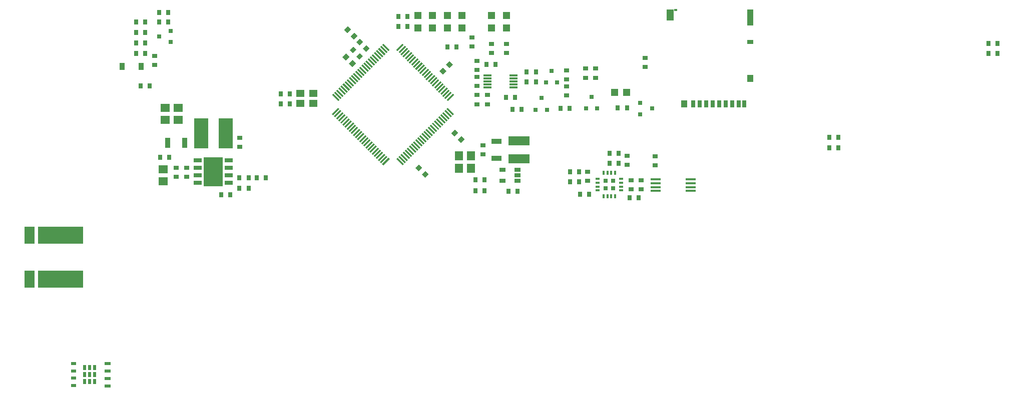
<source format=gbr>
G04 #@! TF.FileFunction,Paste,Top*
%FSLAX46Y46*%
G04 Gerber Fmt 4.6, Leading zero omitted, Abs format (unit mm)*
G04 Created by KiCad (PCBNEW 4.0.6-e0-6349~53~ubuntu14.04.1) date Mon Apr 10 21:42:17 2017*
%MOMM*%
%LPD*%
G01*
G04 APERTURE LIST*
%ADD10C,0.100000*%
%ADD11R,1.350000X0.750000*%
%ADD12R,3.200000X4.900000*%
%ADD13R,0.800100X0.800100*%
%ADD14R,1.500000X1.400000*%
%ADD15R,1.400000X1.500000*%
%ADD16R,0.864000X0.787000*%
%ADD17R,0.787000X0.864000*%
%ADD18R,1.400000X1.200000*%
%ADD19R,1.000000X0.700000*%
%ADD20R,3.600000X1.500000*%
%ADD21R,7.620000X2.950000*%
%ADD22R,1.680000X2.950000*%
%ADD23R,1.450000X0.300000*%
%ADD24R,0.600000X0.900000*%
%ADD25R,0.900000X0.600000*%
%ADD26R,1.050000X0.600000*%
%ADD27R,0.800000X0.350000*%
%ADD28R,0.350000X0.800000*%
%ADD29R,0.750000X0.750000*%
%ADD30R,0.900000X1.700000*%
%ADD31R,1.700000X0.900000*%
%ADD32R,2.350000X5.100000*%
%ADD33R,1.780000X0.450000*%
%ADD34R,1.200000X1.200000*%
%ADD35R,0.910000X1.220000*%
%ADD36R,0.700000X1.200000*%
%ADD37R,1.000000X1.200000*%
%ADD38R,1.000000X2.800000*%
%ADD39R,1.000000X0.800000*%
%ADD40R,1.300000X1.900000*%
%ADD41R,0.550000X0.350000*%
G04 APERTURE END LIST*
D10*
G36*
X113161522Y-79888373D02*
X113373654Y-79676241D01*
X114434314Y-80736901D01*
X114222182Y-80949033D01*
X113161522Y-79888373D01*
X113161522Y-79888373D01*
G37*
G36*
X112807969Y-80241926D02*
X113020101Y-80029794D01*
X114080761Y-81090454D01*
X113868629Y-81302586D01*
X112807969Y-80241926D01*
X112807969Y-80241926D01*
G37*
G36*
X112454416Y-80595480D02*
X112666548Y-80383348D01*
X113727208Y-81444008D01*
X113515076Y-81656140D01*
X112454416Y-80595480D01*
X112454416Y-80595480D01*
G37*
G36*
X112100862Y-80949033D02*
X112312994Y-80736901D01*
X113373654Y-81797561D01*
X113161522Y-82009693D01*
X112100862Y-80949033D01*
X112100862Y-80949033D01*
G37*
G36*
X111747309Y-81302587D02*
X111959441Y-81090455D01*
X113020101Y-82151115D01*
X112807969Y-82363247D01*
X111747309Y-81302587D01*
X111747309Y-81302587D01*
G37*
G36*
X111393756Y-81656140D02*
X111605888Y-81444008D01*
X112666548Y-82504668D01*
X112454416Y-82716800D01*
X111393756Y-81656140D01*
X111393756Y-81656140D01*
G37*
G36*
X111040202Y-82009693D02*
X111252334Y-81797561D01*
X112312994Y-82858221D01*
X112100862Y-83070353D01*
X111040202Y-82009693D01*
X111040202Y-82009693D01*
G37*
G36*
X110686649Y-82363247D02*
X110898781Y-82151115D01*
X111959441Y-83211775D01*
X111747309Y-83423907D01*
X110686649Y-82363247D01*
X110686649Y-82363247D01*
G37*
G36*
X110333095Y-82716800D02*
X110545227Y-82504668D01*
X111605887Y-83565328D01*
X111393755Y-83777460D01*
X110333095Y-82716800D01*
X110333095Y-82716800D01*
G37*
G36*
X109979542Y-83070354D02*
X110191674Y-82858222D01*
X111252334Y-83918882D01*
X111040202Y-84131014D01*
X109979542Y-83070354D01*
X109979542Y-83070354D01*
G37*
G36*
X109625989Y-83423907D02*
X109838121Y-83211775D01*
X110898781Y-84272435D01*
X110686649Y-84484567D01*
X109625989Y-83423907D01*
X109625989Y-83423907D01*
G37*
G36*
X109272435Y-83777460D02*
X109484567Y-83565328D01*
X110545227Y-84625988D01*
X110333095Y-84838120D01*
X109272435Y-83777460D01*
X109272435Y-83777460D01*
G37*
G36*
X108918882Y-84131014D02*
X109131014Y-83918882D01*
X110191674Y-84979542D01*
X109979542Y-85191674D01*
X108918882Y-84131014D01*
X108918882Y-84131014D01*
G37*
G36*
X108565328Y-84484567D02*
X108777460Y-84272435D01*
X109838120Y-85333095D01*
X109625988Y-85545227D01*
X108565328Y-84484567D01*
X108565328Y-84484567D01*
G37*
G36*
X108211775Y-84838121D02*
X108423907Y-84625989D01*
X109484567Y-85686649D01*
X109272435Y-85898781D01*
X108211775Y-84838121D01*
X108211775Y-84838121D01*
G37*
G36*
X107858222Y-85191674D02*
X108070354Y-84979542D01*
X109131014Y-86040202D01*
X108918882Y-86252334D01*
X107858222Y-85191674D01*
X107858222Y-85191674D01*
G37*
G36*
X107504668Y-85545227D02*
X107716800Y-85333095D01*
X108777460Y-86393755D01*
X108565328Y-86605887D01*
X107504668Y-85545227D01*
X107504668Y-85545227D01*
G37*
G36*
X107151115Y-85898781D02*
X107363247Y-85686649D01*
X108423907Y-86747309D01*
X108211775Y-86959441D01*
X107151115Y-85898781D01*
X107151115Y-85898781D01*
G37*
G36*
X106797561Y-86252334D02*
X107009693Y-86040202D01*
X108070353Y-87100862D01*
X107858221Y-87312994D01*
X106797561Y-86252334D01*
X106797561Y-86252334D01*
G37*
G36*
X106444008Y-86605888D02*
X106656140Y-86393756D01*
X107716800Y-87454416D01*
X107504668Y-87666548D01*
X106444008Y-86605888D01*
X106444008Y-86605888D01*
G37*
G36*
X106090455Y-86959441D02*
X106302587Y-86747309D01*
X107363247Y-87807969D01*
X107151115Y-88020101D01*
X106090455Y-86959441D01*
X106090455Y-86959441D01*
G37*
G36*
X105736901Y-87312994D02*
X105949033Y-87100862D01*
X107009693Y-88161522D01*
X106797561Y-88373654D01*
X105736901Y-87312994D01*
X105736901Y-87312994D01*
G37*
G36*
X105383348Y-87666548D02*
X105595480Y-87454416D01*
X106656140Y-88515076D01*
X106444008Y-88727208D01*
X105383348Y-87666548D01*
X105383348Y-87666548D01*
G37*
G36*
X105029794Y-88020101D02*
X105241926Y-87807969D01*
X106302586Y-88868629D01*
X106090454Y-89080761D01*
X105029794Y-88020101D01*
X105029794Y-88020101D01*
G37*
G36*
X104676241Y-88373654D02*
X104888373Y-88161522D01*
X105949033Y-89222182D01*
X105736901Y-89434314D01*
X104676241Y-88373654D01*
X104676241Y-88373654D01*
G37*
G36*
X104888373Y-91838478D02*
X104676241Y-91626346D01*
X105736901Y-90565686D01*
X105949033Y-90777818D01*
X104888373Y-91838478D01*
X104888373Y-91838478D01*
G37*
G36*
X105241926Y-92192031D02*
X105029794Y-91979899D01*
X106090454Y-90919239D01*
X106302586Y-91131371D01*
X105241926Y-92192031D01*
X105241926Y-92192031D01*
G37*
G36*
X105595480Y-92545584D02*
X105383348Y-92333452D01*
X106444008Y-91272792D01*
X106656140Y-91484924D01*
X105595480Y-92545584D01*
X105595480Y-92545584D01*
G37*
G36*
X105949033Y-92899138D02*
X105736901Y-92687006D01*
X106797561Y-91626346D01*
X107009693Y-91838478D01*
X105949033Y-92899138D01*
X105949033Y-92899138D01*
G37*
G36*
X106302587Y-93252691D02*
X106090455Y-93040559D01*
X107151115Y-91979899D01*
X107363247Y-92192031D01*
X106302587Y-93252691D01*
X106302587Y-93252691D01*
G37*
G36*
X106656140Y-93606244D02*
X106444008Y-93394112D01*
X107504668Y-92333452D01*
X107716800Y-92545584D01*
X106656140Y-93606244D01*
X106656140Y-93606244D01*
G37*
G36*
X107009693Y-93959798D02*
X106797561Y-93747666D01*
X107858221Y-92687006D01*
X108070353Y-92899138D01*
X107009693Y-93959798D01*
X107009693Y-93959798D01*
G37*
G36*
X107363247Y-94313351D02*
X107151115Y-94101219D01*
X108211775Y-93040559D01*
X108423907Y-93252691D01*
X107363247Y-94313351D01*
X107363247Y-94313351D01*
G37*
G36*
X107716800Y-94666905D02*
X107504668Y-94454773D01*
X108565328Y-93394113D01*
X108777460Y-93606245D01*
X107716800Y-94666905D01*
X107716800Y-94666905D01*
G37*
G36*
X108070354Y-95020458D02*
X107858222Y-94808326D01*
X108918882Y-93747666D01*
X109131014Y-93959798D01*
X108070354Y-95020458D01*
X108070354Y-95020458D01*
G37*
G36*
X108423907Y-95374011D02*
X108211775Y-95161879D01*
X109272435Y-94101219D01*
X109484567Y-94313351D01*
X108423907Y-95374011D01*
X108423907Y-95374011D01*
G37*
G36*
X108777460Y-95727565D02*
X108565328Y-95515433D01*
X109625988Y-94454773D01*
X109838120Y-94666905D01*
X108777460Y-95727565D01*
X108777460Y-95727565D01*
G37*
G36*
X109131014Y-96081118D02*
X108918882Y-95868986D01*
X109979542Y-94808326D01*
X110191674Y-95020458D01*
X109131014Y-96081118D01*
X109131014Y-96081118D01*
G37*
G36*
X109484567Y-96434672D02*
X109272435Y-96222540D01*
X110333095Y-95161880D01*
X110545227Y-95374012D01*
X109484567Y-96434672D01*
X109484567Y-96434672D01*
G37*
G36*
X109838121Y-96788225D02*
X109625989Y-96576093D01*
X110686649Y-95515433D01*
X110898781Y-95727565D01*
X109838121Y-96788225D01*
X109838121Y-96788225D01*
G37*
G36*
X110191674Y-97141778D02*
X109979542Y-96929646D01*
X111040202Y-95868986D01*
X111252334Y-96081118D01*
X110191674Y-97141778D01*
X110191674Y-97141778D01*
G37*
G36*
X110545227Y-97495332D02*
X110333095Y-97283200D01*
X111393755Y-96222540D01*
X111605887Y-96434672D01*
X110545227Y-97495332D01*
X110545227Y-97495332D01*
G37*
G36*
X110898781Y-97848885D02*
X110686649Y-97636753D01*
X111747309Y-96576093D01*
X111959441Y-96788225D01*
X110898781Y-97848885D01*
X110898781Y-97848885D01*
G37*
G36*
X111252334Y-98202439D02*
X111040202Y-97990307D01*
X112100862Y-96929647D01*
X112312994Y-97141779D01*
X111252334Y-98202439D01*
X111252334Y-98202439D01*
G37*
G36*
X111605888Y-98555992D02*
X111393756Y-98343860D01*
X112454416Y-97283200D01*
X112666548Y-97495332D01*
X111605888Y-98555992D01*
X111605888Y-98555992D01*
G37*
G36*
X111959441Y-98909545D02*
X111747309Y-98697413D01*
X112807969Y-97636753D01*
X113020101Y-97848885D01*
X111959441Y-98909545D01*
X111959441Y-98909545D01*
G37*
G36*
X112312994Y-99263099D02*
X112100862Y-99050967D01*
X113161522Y-97990307D01*
X113373654Y-98202439D01*
X112312994Y-99263099D01*
X112312994Y-99263099D01*
G37*
G36*
X112666548Y-99616652D02*
X112454416Y-99404520D01*
X113515076Y-98343860D01*
X113727208Y-98555992D01*
X112666548Y-99616652D01*
X112666548Y-99616652D01*
G37*
G36*
X113020101Y-99970206D02*
X112807969Y-99758074D01*
X113868629Y-98697414D01*
X114080761Y-98909546D01*
X113020101Y-99970206D01*
X113020101Y-99970206D01*
G37*
G36*
X113373654Y-100323759D02*
X113161522Y-100111627D01*
X114222182Y-99050967D01*
X114434314Y-99263099D01*
X113373654Y-100323759D01*
X113373654Y-100323759D01*
G37*
G36*
X115565686Y-99263099D02*
X115777818Y-99050967D01*
X116838478Y-100111627D01*
X116626346Y-100323759D01*
X115565686Y-99263099D01*
X115565686Y-99263099D01*
G37*
G36*
X115919239Y-98909546D02*
X116131371Y-98697414D01*
X117192031Y-99758074D01*
X116979899Y-99970206D01*
X115919239Y-98909546D01*
X115919239Y-98909546D01*
G37*
G36*
X116272792Y-98555992D02*
X116484924Y-98343860D01*
X117545584Y-99404520D01*
X117333452Y-99616652D01*
X116272792Y-98555992D01*
X116272792Y-98555992D01*
G37*
G36*
X116626346Y-98202439D02*
X116838478Y-97990307D01*
X117899138Y-99050967D01*
X117687006Y-99263099D01*
X116626346Y-98202439D01*
X116626346Y-98202439D01*
G37*
G36*
X116979899Y-97848885D02*
X117192031Y-97636753D01*
X118252691Y-98697413D01*
X118040559Y-98909545D01*
X116979899Y-97848885D01*
X116979899Y-97848885D01*
G37*
G36*
X117333452Y-97495332D02*
X117545584Y-97283200D01*
X118606244Y-98343860D01*
X118394112Y-98555992D01*
X117333452Y-97495332D01*
X117333452Y-97495332D01*
G37*
G36*
X117687006Y-97141779D02*
X117899138Y-96929647D01*
X118959798Y-97990307D01*
X118747666Y-98202439D01*
X117687006Y-97141779D01*
X117687006Y-97141779D01*
G37*
G36*
X118040559Y-96788225D02*
X118252691Y-96576093D01*
X119313351Y-97636753D01*
X119101219Y-97848885D01*
X118040559Y-96788225D01*
X118040559Y-96788225D01*
G37*
G36*
X118394113Y-96434672D02*
X118606245Y-96222540D01*
X119666905Y-97283200D01*
X119454773Y-97495332D01*
X118394113Y-96434672D01*
X118394113Y-96434672D01*
G37*
G36*
X118747666Y-96081118D02*
X118959798Y-95868986D01*
X120020458Y-96929646D01*
X119808326Y-97141778D01*
X118747666Y-96081118D01*
X118747666Y-96081118D01*
G37*
G36*
X119101219Y-95727565D02*
X119313351Y-95515433D01*
X120374011Y-96576093D01*
X120161879Y-96788225D01*
X119101219Y-95727565D01*
X119101219Y-95727565D01*
G37*
G36*
X119454773Y-95374012D02*
X119666905Y-95161880D01*
X120727565Y-96222540D01*
X120515433Y-96434672D01*
X119454773Y-95374012D01*
X119454773Y-95374012D01*
G37*
G36*
X119808326Y-95020458D02*
X120020458Y-94808326D01*
X121081118Y-95868986D01*
X120868986Y-96081118D01*
X119808326Y-95020458D01*
X119808326Y-95020458D01*
G37*
G36*
X120161880Y-94666905D02*
X120374012Y-94454773D01*
X121434672Y-95515433D01*
X121222540Y-95727565D01*
X120161880Y-94666905D01*
X120161880Y-94666905D01*
G37*
G36*
X120515433Y-94313351D02*
X120727565Y-94101219D01*
X121788225Y-95161879D01*
X121576093Y-95374011D01*
X120515433Y-94313351D01*
X120515433Y-94313351D01*
G37*
G36*
X120868986Y-93959798D02*
X121081118Y-93747666D01*
X122141778Y-94808326D01*
X121929646Y-95020458D01*
X120868986Y-93959798D01*
X120868986Y-93959798D01*
G37*
G36*
X121222540Y-93606245D02*
X121434672Y-93394113D01*
X122495332Y-94454773D01*
X122283200Y-94666905D01*
X121222540Y-93606245D01*
X121222540Y-93606245D01*
G37*
G36*
X121576093Y-93252691D02*
X121788225Y-93040559D01*
X122848885Y-94101219D01*
X122636753Y-94313351D01*
X121576093Y-93252691D01*
X121576093Y-93252691D01*
G37*
G36*
X121929647Y-92899138D02*
X122141779Y-92687006D01*
X123202439Y-93747666D01*
X122990307Y-93959798D01*
X121929647Y-92899138D01*
X121929647Y-92899138D01*
G37*
G36*
X122283200Y-92545584D02*
X122495332Y-92333452D01*
X123555992Y-93394112D01*
X123343860Y-93606244D01*
X122283200Y-92545584D01*
X122283200Y-92545584D01*
G37*
G36*
X122636753Y-92192031D02*
X122848885Y-91979899D01*
X123909545Y-93040559D01*
X123697413Y-93252691D01*
X122636753Y-92192031D01*
X122636753Y-92192031D01*
G37*
G36*
X122990307Y-91838478D02*
X123202439Y-91626346D01*
X124263099Y-92687006D01*
X124050967Y-92899138D01*
X122990307Y-91838478D01*
X122990307Y-91838478D01*
G37*
G36*
X123343860Y-91484924D02*
X123555992Y-91272792D01*
X124616652Y-92333452D01*
X124404520Y-92545584D01*
X123343860Y-91484924D01*
X123343860Y-91484924D01*
G37*
G36*
X123697414Y-91131371D02*
X123909546Y-90919239D01*
X124970206Y-91979899D01*
X124758074Y-92192031D01*
X123697414Y-91131371D01*
X123697414Y-91131371D01*
G37*
G36*
X124050967Y-90777818D02*
X124263099Y-90565686D01*
X125323759Y-91626346D01*
X125111627Y-91838478D01*
X124050967Y-90777818D01*
X124050967Y-90777818D01*
G37*
G36*
X124263099Y-89434314D02*
X124050967Y-89222182D01*
X125111627Y-88161522D01*
X125323759Y-88373654D01*
X124263099Y-89434314D01*
X124263099Y-89434314D01*
G37*
G36*
X123909546Y-89080761D02*
X123697414Y-88868629D01*
X124758074Y-87807969D01*
X124970206Y-88020101D01*
X123909546Y-89080761D01*
X123909546Y-89080761D01*
G37*
G36*
X123555992Y-88727208D02*
X123343860Y-88515076D01*
X124404520Y-87454416D01*
X124616652Y-87666548D01*
X123555992Y-88727208D01*
X123555992Y-88727208D01*
G37*
G36*
X123202439Y-88373654D02*
X122990307Y-88161522D01*
X124050967Y-87100862D01*
X124263099Y-87312994D01*
X123202439Y-88373654D01*
X123202439Y-88373654D01*
G37*
G36*
X122848885Y-88020101D02*
X122636753Y-87807969D01*
X123697413Y-86747309D01*
X123909545Y-86959441D01*
X122848885Y-88020101D01*
X122848885Y-88020101D01*
G37*
G36*
X122495332Y-87666548D02*
X122283200Y-87454416D01*
X123343860Y-86393756D01*
X123555992Y-86605888D01*
X122495332Y-87666548D01*
X122495332Y-87666548D01*
G37*
G36*
X122141779Y-87312994D02*
X121929647Y-87100862D01*
X122990307Y-86040202D01*
X123202439Y-86252334D01*
X122141779Y-87312994D01*
X122141779Y-87312994D01*
G37*
G36*
X121788225Y-86959441D02*
X121576093Y-86747309D01*
X122636753Y-85686649D01*
X122848885Y-85898781D01*
X121788225Y-86959441D01*
X121788225Y-86959441D01*
G37*
G36*
X121434672Y-86605887D02*
X121222540Y-86393755D01*
X122283200Y-85333095D01*
X122495332Y-85545227D01*
X121434672Y-86605887D01*
X121434672Y-86605887D01*
G37*
G36*
X121081118Y-86252334D02*
X120868986Y-86040202D01*
X121929646Y-84979542D01*
X122141778Y-85191674D01*
X121081118Y-86252334D01*
X121081118Y-86252334D01*
G37*
G36*
X120727565Y-85898781D02*
X120515433Y-85686649D01*
X121576093Y-84625989D01*
X121788225Y-84838121D01*
X120727565Y-85898781D01*
X120727565Y-85898781D01*
G37*
G36*
X120374012Y-85545227D02*
X120161880Y-85333095D01*
X121222540Y-84272435D01*
X121434672Y-84484567D01*
X120374012Y-85545227D01*
X120374012Y-85545227D01*
G37*
G36*
X120020458Y-85191674D02*
X119808326Y-84979542D01*
X120868986Y-83918882D01*
X121081118Y-84131014D01*
X120020458Y-85191674D01*
X120020458Y-85191674D01*
G37*
G36*
X119666905Y-84838120D02*
X119454773Y-84625988D01*
X120515433Y-83565328D01*
X120727565Y-83777460D01*
X119666905Y-84838120D01*
X119666905Y-84838120D01*
G37*
G36*
X119313351Y-84484567D02*
X119101219Y-84272435D01*
X120161879Y-83211775D01*
X120374011Y-83423907D01*
X119313351Y-84484567D01*
X119313351Y-84484567D01*
G37*
G36*
X118959798Y-84131014D02*
X118747666Y-83918882D01*
X119808326Y-82858222D01*
X120020458Y-83070354D01*
X118959798Y-84131014D01*
X118959798Y-84131014D01*
G37*
G36*
X118606245Y-83777460D02*
X118394113Y-83565328D01*
X119454773Y-82504668D01*
X119666905Y-82716800D01*
X118606245Y-83777460D01*
X118606245Y-83777460D01*
G37*
G36*
X118252691Y-83423907D02*
X118040559Y-83211775D01*
X119101219Y-82151115D01*
X119313351Y-82363247D01*
X118252691Y-83423907D01*
X118252691Y-83423907D01*
G37*
G36*
X117899138Y-83070353D02*
X117687006Y-82858221D01*
X118747666Y-81797561D01*
X118959798Y-82009693D01*
X117899138Y-83070353D01*
X117899138Y-83070353D01*
G37*
G36*
X117545584Y-82716800D02*
X117333452Y-82504668D01*
X118394112Y-81444008D01*
X118606244Y-81656140D01*
X117545584Y-82716800D01*
X117545584Y-82716800D01*
G37*
G36*
X117192031Y-82363247D02*
X116979899Y-82151115D01*
X118040559Y-81090455D01*
X118252691Y-81302587D01*
X117192031Y-82363247D01*
X117192031Y-82363247D01*
G37*
G36*
X116838478Y-82009693D02*
X116626346Y-81797561D01*
X117687006Y-80736901D01*
X117899138Y-80949033D01*
X116838478Y-82009693D01*
X116838478Y-82009693D01*
G37*
G36*
X116484924Y-81656140D02*
X116272792Y-81444008D01*
X117333452Y-80383348D01*
X117545584Y-80595480D01*
X116484924Y-81656140D01*
X116484924Y-81656140D01*
G37*
G36*
X116131371Y-81302586D02*
X115919239Y-81090454D01*
X116979899Y-80029794D01*
X117192031Y-80241926D01*
X116131371Y-81302586D01*
X116131371Y-81302586D01*
G37*
G36*
X115777818Y-80949033D02*
X115565686Y-80736901D01*
X116626346Y-79676241D01*
X116838478Y-79888373D01*
X115777818Y-80949033D01*
X115777818Y-80949033D01*
G37*
D11*
X81975000Y-99495000D03*
X81975000Y-100765000D03*
X81975000Y-102035000D03*
X81975000Y-103305000D03*
X87225000Y-103305000D03*
X87225000Y-102035000D03*
X87225000Y-100765000D03*
X87225000Y-99495000D03*
D12*
X84600000Y-101400000D03*
D13*
X77400760Y-79450000D03*
X77400760Y-77550000D03*
X75401780Y-78500000D03*
D14*
X76500000Y-92625000D03*
X76500000Y-90575000D03*
X78700000Y-92625000D03*
X78700000Y-90575000D03*
D15*
X128225000Y-100800000D03*
X126175000Y-100800000D03*
X128225000Y-98700000D03*
X126175000Y-98700000D03*
D16*
X74700000Y-81750500D03*
X74700000Y-83299500D03*
D17*
X73074500Y-77800000D03*
X71525500Y-77800000D03*
X136074500Y-104700000D03*
X134525500Y-104700000D03*
D10*
G36*
X109006371Y-78395430D02*
X108395430Y-79006371D01*
X107838937Y-78449878D01*
X108449878Y-77838937D01*
X109006371Y-78395430D01*
X109006371Y-78395430D01*
G37*
G36*
X107911063Y-77300122D02*
X107300122Y-77911063D01*
X106743629Y-77354570D01*
X107354570Y-76743629D01*
X107911063Y-77300122D01*
X107911063Y-77300122D01*
G37*
G36*
X118768629Y-100779570D02*
X119379570Y-100168629D01*
X119936063Y-100725122D01*
X119325122Y-101336063D01*
X118768629Y-100779570D01*
X118768629Y-100779570D01*
G37*
G36*
X119863937Y-101874878D02*
X120474878Y-101263937D01*
X121031371Y-101820430D01*
X120420430Y-102431371D01*
X119863937Y-101874878D01*
X119863937Y-101874878D01*
G37*
G36*
X124868629Y-94879570D02*
X125479570Y-94268629D01*
X126036063Y-94825122D01*
X125425122Y-95436063D01*
X124868629Y-94879570D01*
X124868629Y-94879570D01*
G37*
G36*
X125963937Y-95974878D02*
X126574878Y-95363937D01*
X127131371Y-95920430D01*
X126520430Y-96531371D01*
X125963937Y-95974878D01*
X125963937Y-95974878D01*
G37*
G36*
X108731371Y-83020430D02*
X108120430Y-83631371D01*
X107563937Y-83074878D01*
X108174878Y-82463937D01*
X108731371Y-83020430D01*
X108731371Y-83020430D01*
G37*
G36*
X107636063Y-81925122D02*
X107025122Y-82536063D01*
X106468629Y-81979570D01*
X107079570Y-81368629D01*
X107636063Y-81925122D01*
X107636063Y-81925122D01*
G37*
D17*
X97574500Y-89900000D03*
X96025500Y-89900000D03*
X97574500Y-88200000D03*
X96025500Y-88200000D03*
D10*
G36*
X109931371Y-81795430D02*
X109320430Y-82406371D01*
X108763937Y-81849878D01*
X109374878Y-81238937D01*
X109931371Y-81795430D01*
X109931371Y-81795430D01*
G37*
G36*
X108836063Y-80700122D02*
X108225122Y-81311063D01*
X107668629Y-80754570D01*
X108279570Y-80143629D01*
X108836063Y-80700122D01*
X108836063Y-80700122D01*
G37*
G36*
X123479570Y-84931371D02*
X122868629Y-84320430D01*
X123425122Y-83763937D01*
X124036063Y-84374878D01*
X123479570Y-84931371D01*
X123479570Y-84931371D01*
G37*
G36*
X124574878Y-83836063D02*
X123963937Y-83225122D01*
X124520430Y-82668629D01*
X125131371Y-83279570D01*
X124574878Y-83836063D01*
X124574878Y-83836063D01*
G37*
D16*
X78300000Y-100725500D03*
X78300000Y-102274500D03*
X149300000Y-83925500D03*
X149300000Y-85474500D03*
X157625000Y-82100500D03*
X157625000Y-83649500D03*
D17*
X89025500Y-102400000D03*
X90574500Y-102400000D03*
D16*
X89100000Y-95625500D03*
X89100000Y-97174500D03*
D18*
X99300000Y-89850000D03*
X101500000Y-89850000D03*
X101500000Y-88150000D03*
X99300000Y-88150000D03*
D17*
X87474500Y-105300000D03*
X85925500Y-105300000D03*
X90574500Y-104200000D03*
X89025500Y-104200000D03*
X91925500Y-102400000D03*
X93474500Y-102400000D03*
X130474500Y-104600000D03*
X128925500Y-104600000D03*
X128925500Y-102800000D03*
X130474500Y-102800000D03*
D16*
X147600000Y-83925500D03*
X147600000Y-85474500D03*
X134200000Y-81299500D03*
X134200000Y-79750500D03*
X131700000Y-81274500D03*
X131700000Y-79725500D03*
D17*
X115925500Y-75100000D03*
X117474500Y-75100000D03*
X115925500Y-76800000D03*
X117474500Y-76800000D03*
X125774500Y-80300000D03*
X124225500Y-80300000D03*
D16*
X128400000Y-80174500D03*
X128400000Y-78625500D03*
D17*
X71525500Y-79600000D03*
X73074500Y-79600000D03*
X71525500Y-81400000D03*
X73074500Y-81400000D03*
D19*
X136100000Y-102950000D03*
X136100000Y-102000000D03*
X136100000Y-101050000D03*
X133500000Y-101050000D03*
X133500000Y-102950000D03*
D20*
X136300000Y-99225000D03*
X136300000Y-96175000D03*
D17*
X71525500Y-76000000D03*
X73074500Y-76000000D03*
D10*
G36*
X108793629Y-79429570D02*
X109404570Y-78818629D01*
X109961063Y-79375122D01*
X109350122Y-79986063D01*
X108793629Y-79429570D01*
X108793629Y-79429570D01*
G37*
G36*
X109888937Y-80524878D02*
X110499878Y-79913937D01*
X111056371Y-80470430D01*
X110445430Y-81081371D01*
X109888937Y-80524878D01*
X109888937Y-80524878D01*
G37*
D14*
X76100000Y-100975000D03*
X76100000Y-103025000D03*
D17*
X148174500Y-105200000D03*
X146625500Y-105200000D03*
D21*
X58745000Y-112165000D03*
X58745000Y-119635000D03*
D22*
X53485000Y-112165000D03*
X53485000Y-119635000D03*
D17*
X188825500Y-97400000D03*
X190374500Y-97400000D03*
X188825500Y-95600000D03*
X190374500Y-95600000D03*
X135674500Y-88800000D03*
X134125500Y-88800000D03*
D16*
X129200000Y-85325500D03*
X129200000Y-86874500D03*
X129200000Y-88425500D03*
X129200000Y-89974500D03*
X131000000Y-89974500D03*
X131000000Y-88425500D03*
X129200000Y-84174500D03*
X129200000Y-82625500D03*
D17*
X130825500Y-83200000D03*
X132374500Y-83200000D03*
D23*
X131000000Y-85100000D03*
X131000000Y-85600000D03*
X131000000Y-86100000D03*
X131000000Y-86600000D03*
X131000000Y-87100000D03*
X135400000Y-87100000D03*
X135400000Y-86600000D03*
X135400000Y-86100000D03*
X135400000Y-85600000D03*
X135400000Y-85100000D03*
D17*
X135225500Y-90800000D03*
X136774500Y-90800000D03*
D24*
X63700000Y-136950000D03*
X64550000Y-136950000D03*
X62850000Y-136950000D03*
X63700000Y-134650000D03*
X64550000Y-134650000D03*
X62850000Y-134650000D03*
X62850000Y-135800000D03*
X64550000Y-135800000D03*
D25*
X61000000Y-137675000D03*
X61000000Y-133925000D03*
X61000000Y-136400000D03*
D26*
X66725000Y-136435000D03*
X66725000Y-137705000D03*
X66725000Y-135165000D03*
X66725000Y-133895000D03*
D25*
X61000000Y-135200000D03*
D24*
X63700000Y-135800000D03*
D13*
X140850000Y-86300760D03*
X142750000Y-86300760D03*
X141800000Y-84301780D03*
X156799240Y-89750000D03*
X156799240Y-91650000D03*
X158798220Y-90700000D03*
D17*
X137625500Y-84500000D03*
X139174500Y-84500000D03*
X139174500Y-86200000D03*
X137625500Y-86200000D03*
D16*
X144400000Y-84225500D03*
X144400000Y-85774500D03*
X144400000Y-86925500D03*
X144400000Y-88474500D03*
D17*
X151625500Y-100000000D03*
X153174500Y-100000000D03*
D16*
X155300000Y-102825500D03*
X155300000Y-104374500D03*
X147900000Y-102974500D03*
X147900000Y-101425500D03*
X130200000Y-98474500D03*
X130200000Y-96925500D03*
D17*
X77174500Y-99000000D03*
X75625500Y-99000000D03*
D16*
X154600000Y-100274500D03*
X154600000Y-98725500D03*
D17*
X151625500Y-98300000D03*
X153174500Y-98300000D03*
X155025500Y-105800000D03*
X156574500Y-105800000D03*
X146474500Y-101400000D03*
X144925500Y-101400000D03*
D16*
X157000000Y-102825500D03*
X157000000Y-104374500D03*
D17*
X146474500Y-103100000D03*
X144925500Y-103100000D03*
D27*
X149600000Y-102625000D03*
X149600000Y-103275000D03*
X149600000Y-103925000D03*
X149600000Y-104575000D03*
D28*
X150625000Y-105600000D03*
X151275000Y-105600000D03*
X151925000Y-105600000D03*
X152575000Y-105600000D03*
D27*
X153600000Y-104575000D03*
X153600000Y-103925000D03*
X153600000Y-103275000D03*
X153600000Y-102625000D03*
D28*
X152575000Y-101600000D03*
X151925000Y-101600000D03*
X151275000Y-101600000D03*
X150625000Y-101600000D03*
D29*
X152225000Y-104225000D03*
X152225000Y-102975000D03*
X150975000Y-104225000D03*
X150975000Y-102975000D03*
D30*
X76850000Y-96500000D03*
X79750000Y-96500000D03*
D31*
X132500000Y-99150000D03*
X132500000Y-96250000D03*
D16*
X80100000Y-100725500D03*
X80100000Y-102274500D03*
D32*
X86675000Y-94900000D03*
X82525000Y-94900000D03*
D16*
X159325000Y-98800500D03*
X159325000Y-100349500D03*
D33*
X159430000Y-102725000D03*
X159430000Y-103375000D03*
X159430000Y-104025000D03*
X159430000Y-104675000D03*
X165370000Y-104675000D03*
X165370000Y-104025000D03*
X165370000Y-103375000D03*
X165370000Y-102725000D03*
D13*
X139150000Y-90900760D03*
X141050000Y-90900760D03*
X140100000Y-88901780D03*
X147650000Y-90700760D03*
X149550000Y-90700760D03*
X148600000Y-88701780D03*
D17*
X143325500Y-90700000D03*
X144874500Y-90700000D03*
X154574500Y-90600000D03*
X153025500Y-90600000D03*
D34*
X131700000Y-74950000D03*
X131700000Y-77050000D03*
X134200000Y-74950000D03*
X134200000Y-77050000D03*
X126700000Y-74950000D03*
X126700000Y-77050000D03*
X124200000Y-74950000D03*
X124200000Y-77050000D03*
X121700000Y-74950000D03*
X121700000Y-77050000D03*
X119200000Y-74950000D03*
X119200000Y-77050000D03*
X154550000Y-88000000D03*
X152450000Y-88000000D03*
D17*
X73874500Y-86900000D03*
X72325500Y-86900000D03*
D35*
X72410000Y-83575000D03*
X69140000Y-83575000D03*
D36*
X165800000Y-89900000D03*
X166900000Y-89900000D03*
X168000000Y-89900000D03*
X169100000Y-89900000D03*
X170200000Y-89900000D03*
X171300000Y-89900000D03*
X172400000Y-89900000D03*
X173500000Y-89900000D03*
X174450000Y-89900000D03*
D37*
X164250000Y-89900000D03*
D38*
X175400000Y-75250000D03*
D39*
X175400000Y-79400000D03*
D37*
X175400000Y-85600000D03*
D40*
X161900000Y-74800000D03*
D41*
X162825000Y-74025000D03*
D17*
X217274500Y-79700000D03*
X215725500Y-79700000D03*
X217274500Y-81400000D03*
X215725500Y-81400000D03*
X76974500Y-76000000D03*
X75425500Y-76000000D03*
X76974500Y-74400000D03*
X75425500Y-74400000D03*
M02*

</source>
